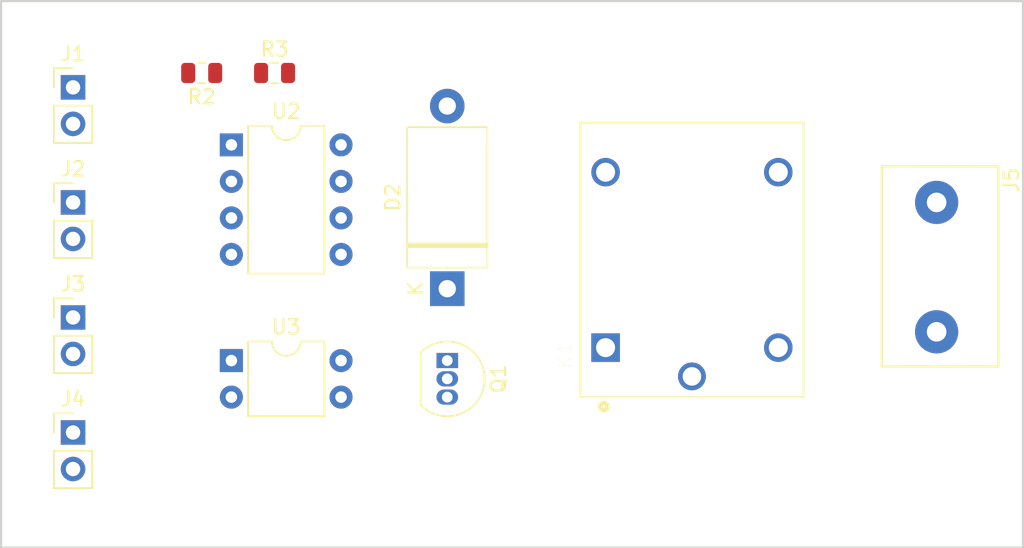
<source format=kicad_pcb>
(kicad_pcb (version 20171130) (host pcbnew "(5.0.1)-3")

  (general
    (thickness 1.6)
    (drawings 5)
    (tracks 0)
    (zones 0)
    (modules 12)
    (nets 14)
  )

  (page A4)
  (layers
    (0 F.Cu signal)
    (31 B.Cu signal)
    (32 B.Adhes user)
    (33 F.Adhes user)
    (34 B.Paste user)
    (35 F.Paste user)
    (36 B.SilkS user)
    (37 F.SilkS user)
    (38 B.Mask user)
    (39 F.Mask user)
    (40 Dwgs.User user)
    (41 Cmts.User user)
    (42 Eco1.User user)
    (43 Eco2.User user)
    (44 Edge.Cuts user)
    (45 Margin user)
    (46 B.CrtYd user)
    (47 F.CrtYd user)
    (48 B.Fab user)
    (49 F.Fab user)
  )

  (setup
    (last_trace_width 0.25)
    (trace_clearance 0.2)
    (zone_clearance 0.508)
    (zone_45_only no)
    (trace_min 0.2)
    (segment_width 0.2)
    (edge_width 0.15)
    (via_size 0.8)
    (via_drill 0.4)
    (via_min_size 0.4)
    (via_min_drill 0.3)
    (uvia_size 0.3)
    (uvia_drill 0.1)
    (uvias_allowed no)
    (uvia_min_size 0.2)
    (uvia_min_drill 0.1)
    (pcb_text_width 0.3)
    (pcb_text_size 1.5 1.5)
    (mod_edge_width 0.15)
    (mod_text_size 1 1)
    (mod_text_width 0.15)
    (pad_size 1.524 1.524)
    (pad_drill 0.762)
    (pad_to_mask_clearance 0.051)
    (solder_mask_min_width 0.25)
    (aux_axis_origin 0 0)
    (visible_elements 7FFFFFFF)
    (pcbplotparams
      (layerselection 0x010fc_ffffffff)
      (usegerberextensions false)
      (usegerberattributes false)
      (usegerberadvancedattributes false)
      (creategerberjobfile false)
      (excludeedgelayer true)
      (linewidth 0.100000)
      (plotframeref false)
      (viasonmask false)
      (mode 1)
      (useauxorigin false)
      (hpglpennumber 1)
      (hpglpenspeed 20)
      (hpglpendiameter 15.000000)
      (psnegative false)
      (psa4output false)
      (plotreference true)
      (plotvalue true)
      (plotinvisibletext false)
      (padsonsilk false)
      (subtractmaskfromsilk false)
      (outputformat 1)
      (mirror false)
      (drillshape 1)
      (scaleselection 1)
      (outputdirectory ""))
  )

  (net 0 "")
  (net 1 GENERATOR-1)
  (net 2 GENERATOR-2)
  (net 3 NEA)
  (net 4 BUSBAR)
  (net 5 GND)
  (net 6 VCC)
  (net 7 "Net-(D2-Pad2)")
  (net 8 "Net-(J5-Pad1)")
  (net 9 "Net-(J5-Pad2)")
  (net 10 "Net-(Q1-Pad2)")
  (net 11 BUZZER)
  (net 12 "Net-(R2-Pad2)")
  (net 13 "Net-(R3-Pad2)")

  (net_class Default "This is the default net class."
    (clearance 0.2)
    (trace_width 0.25)
    (via_dia 0.8)
    (via_drill 0.4)
    (uvia_dia 0.3)
    (uvia_drill 0.1)
    (add_net BUSBAR)
    (add_net BUZZER)
    (add_net GENERATOR-1)
    (add_net GENERATOR-2)
    (add_net GND)
    (add_net NEA)
    (add_net "Net-(D2-Pad2)")
    (add_net "Net-(J5-Pad1)")
    (add_net "Net-(J5-Pad2)")
    (add_net "Net-(Q1-Pad2)")
    (add_net "Net-(R2-Pad2)")
    (add_net "Net-(R3-Pad2)")
    (add_net VCC)
  )

  (module Diode_THT:D_DO-27_P12.70mm_Horizontal (layer F.Cu) (tedit 5AE50CD5) (tstamp 602CFB00)
    (at 131 60 90)
    (descr "Diode, DO-27 series, Axial, Horizontal, pin pitch=12.7mm, , length*diameter=9.52*5.33mm^2, , http://www.slottechforum.com/slotinfo/Techstuff/CD2%20Diodes%20and%20Transistors/Cases/Diode%20DO-27.jpg")
    (tags "Diode DO-27 series Axial Horizontal pin pitch 12.7mm  length 9.52mm diameter 5.33mm")
    (path /600F2BF9)
    (fp_text reference D2 (at 6.35 -3.785 90) (layer F.SilkS)
      (effects (font (size 1 1) (thickness 0.15)))
    )
    (fp_text value Diode (at 6.35 3.785 90) (layer F.Fab)
      (effects (font (size 1 1) (thickness 0.15)))
    )
    (fp_line (start 1.59 -2.665) (end 1.59 2.665) (layer F.Fab) (width 0.1))
    (fp_line (start 1.59 2.665) (end 11.11 2.665) (layer F.Fab) (width 0.1))
    (fp_line (start 11.11 2.665) (end 11.11 -2.665) (layer F.Fab) (width 0.1))
    (fp_line (start 11.11 -2.665) (end 1.59 -2.665) (layer F.Fab) (width 0.1))
    (fp_line (start 0 0) (end 1.59 0) (layer F.Fab) (width 0.1))
    (fp_line (start 12.7 0) (end 11.11 0) (layer F.Fab) (width 0.1))
    (fp_line (start 3.018 -2.665) (end 3.018 2.665) (layer F.Fab) (width 0.1))
    (fp_line (start 3.118 -2.665) (end 3.118 2.665) (layer F.Fab) (width 0.1))
    (fp_line (start 2.918 -2.665) (end 2.918 2.665) (layer F.Fab) (width 0.1))
    (fp_line (start 1.47 -2.785) (end 1.47 2.785) (layer F.SilkS) (width 0.12))
    (fp_line (start 1.47 2.785) (end 11.23 2.785) (layer F.SilkS) (width 0.12))
    (fp_line (start 11.23 2.785) (end 11.23 -2.785) (layer F.SilkS) (width 0.12))
    (fp_line (start 11.23 -2.785) (end 1.47 -2.785) (layer F.SilkS) (width 0.12))
    (fp_line (start 1.44 0) (end 1.47 0) (layer F.SilkS) (width 0.12))
    (fp_line (start 11.26 0) (end 11.23 0) (layer F.SilkS) (width 0.12))
    (fp_line (start 3.018 -2.785) (end 3.018 2.785) (layer F.SilkS) (width 0.12))
    (fp_line (start 3.138 -2.785) (end 3.138 2.785) (layer F.SilkS) (width 0.12))
    (fp_line (start 2.898 -2.785) (end 2.898 2.785) (layer F.SilkS) (width 0.12))
    (fp_line (start -1.45 -2.92) (end -1.45 2.92) (layer F.CrtYd) (width 0.05))
    (fp_line (start -1.45 2.92) (end 14.15 2.92) (layer F.CrtYd) (width 0.05))
    (fp_line (start 14.15 2.92) (end 14.15 -2.92) (layer F.CrtYd) (width 0.05))
    (fp_line (start 14.15 -2.92) (end -1.45 -2.92) (layer F.CrtYd) (width 0.05))
    (fp_text user %R (at 7.064 0 90) (layer F.Fab)
      (effects (font (size 1 1) (thickness 0.15)))
    )
    (fp_text user K (at 0 -2.2 90) (layer F.Fab)
      (effects (font (size 1 1) (thickness 0.15)))
    )
    (fp_text user K (at 0 -2.2 90) (layer F.SilkS)
      (effects (font (size 1 1) (thickness 0.15)))
    )
    (pad 1 thru_hole rect (at 0 0 90) (size 2.4 2.4) (drill 1.2) (layers *.Cu *.Mask)
      (net 6 VCC))
    (pad 2 thru_hole oval (at 12.7 0 90) (size 2.4 2.4) (drill 1.2) (layers *.Cu *.Mask)
      (net 7 "Net-(D2-Pad2)"))
    (model ${KISYS3DMOD}/Diode_THT.3dshapes/D_DO-27_P12.70mm_Horizontal.wrl
      (at (xyz 0 0 0))
      (scale (xyz 1 1 1))
      (rotate (xyz 0 0 0))
    )
  )

  (module Pin_Headers:Pin_Header_Straight_1x02_Pitch2.54mm (layer F.Cu) (tedit 59650532) (tstamp 602CFB16)
    (at 105 46)
    (descr "Through hole straight pin header, 1x02, 2.54mm pitch, single row")
    (tags "Through hole pin header THT 1x02 2.54mm single row")
    (path /600EB074)
    (fp_text reference J1 (at 0 -2.33) (layer F.SilkS)
      (effects (font (size 1 1) (thickness 0.15)))
    )
    (fp_text value GEN-1 (at 0 4.87) (layer F.Fab)
      (effects (font (size 1 1) (thickness 0.15)))
    )
    (fp_line (start -0.635 -1.27) (end 1.27 -1.27) (layer F.Fab) (width 0.1))
    (fp_line (start 1.27 -1.27) (end 1.27 3.81) (layer F.Fab) (width 0.1))
    (fp_line (start 1.27 3.81) (end -1.27 3.81) (layer F.Fab) (width 0.1))
    (fp_line (start -1.27 3.81) (end -1.27 -0.635) (layer F.Fab) (width 0.1))
    (fp_line (start -1.27 -0.635) (end -0.635 -1.27) (layer F.Fab) (width 0.1))
    (fp_line (start -1.33 3.87) (end 1.33 3.87) (layer F.SilkS) (width 0.12))
    (fp_line (start -1.33 1.27) (end -1.33 3.87) (layer F.SilkS) (width 0.12))
    (fp_line (start 1.33 1.27) (end 1.33 3.87) (layer F.SilkS) (width 0.12))
    (fp_line (start -1.33 1.27) (end 1.33 1.27) (layer F.SilkS) (width 0.12))
    (fp_line (start -1.33 0) (end -1.33 -1.33) (layer F.SilkS) (width 0.12))
    (fp_line (start -1.33 -1.33) (end 0 -1.33) (layer F.SilkS) (width 0.12))
    (fp_line (start -1.8 -1.8) (end -1.8 4.35) (layer F.CrtYd) (width 0.05))
    (fp_line (start -1.8 4.35) (end 1.8 4.35) (layer F.CrtYd) (width 0.05))
    (fp_line (start 1.8 4.35) (end 1.8 -1.8) (layer F.CrtYd) (width 0.05))
    (fp_line (start 1.8 -1.8) (end -1.8 -1.8) (layer F.CrtYd) (width 0.05))
    (fp_text user %R (at 0 1.27 90) (layer F.Fab)
      (effects (font (size 1 1) (thickness 0.15)))
    )
    (pad 1 thru_hole rect (at 0 0) (size 1.7 1.7) (drill 1) (layers *.Cu *.Mask)
      (net 1 GENERATOR-1))
    (pad 2 thru_hole oval (at 0 2.54) (size 1.7 1.7) (drill 1) (layers *.Cu *.Mask)
      (net 5 GND))
    (model ${KISYS3DMOD}/Pin_Headers.3dshapes/Pin_Header_Straight_1x02_Pitch2.54mm.wrl
      (at (xyz 0 0 0))
      (scale (xyz 1 1 1))
      (rotate (xyz 0 0 0))
    )
  )

  (module Pin_Headers:Pin_Header_Straight_1x02_Pitch2.54mm (layer F.Cu) (tedit 59650532) (tstamp 602CFB2C)
    (at 105 54)
    (descr "Through hole straight pin header, 1x02, 2.54mm pitch, single row")
    (tags "Through hole pin header THT 1x02 2.54mm single row")
    (path /600EB0E1)
    (fp_text reference J2 (at 0 -2.33) (layer F.SilkS)
      (effects (font (size 1 1) (thickness 0.15)))
    )
    (fp_text value GEN-2 (at 0 4.87) (layer F.Fab)
      (effects (font (size 1 1) (thickness 0.15)))
    )
    (fp_text user %R (at 0 1.27 90) (layer F.Fab)
      (effects (font (size 1 1) (thickness 0.15)))
    )
    (fp_line (start 1.8 -1.8) (end -1.8 -1.8) (layer F.CrtYd) (width 0.05))
    (fp_line (start 1.8 4.35) (end 1.8 -1.8) (layer F.CrtYd) (width 0.05))
    (fp_line (start -1.8 4.35) (end 1.8 4.35) (layer F.CrtYd) (width 0.05))
    (fp_line (start -1.8 -1.8) (end -1.8 4.35) (layer F.CrtYd) (width 0.05))
    (fp_line (start -1.33 -1.33) (end 0 -1.33) (layer F.SilkS) (width 0.12))
    (fp_line (start -1.33 0) (end -1.33 -1.33) (layer F.SilkS) (width 0.12))
    (fp_line (start -1.33 1.27) (end 1.33 1.27) (layer F.SilkS) (width 0.12))
    (fp_line (start 1.33 1.27) (end 1.33 3.87) (layer F.SilkS) (width 0.12))
    (fp_line (start -1.33 1.27) (end -1.33 3.87) (layer F.SilkS) (width 0.12))
    (fp_line (start -1.33 3.87) (end 1.33 3.87) (layer F.SilkS) (width 0.12))
    (fp_line (start -1.27 -0.635) (end -0.635 -1.27) (layer F.Fab) (width 0.1))
    (fp_line (start -1.27 3.81) (end -1.27 -0.635) (layer F.Fab) (width 0.1))
    (fp_line (start 1.27 3.81) (end -1.27 3.81) (layer F.Fab) (width 0.1))
    (fp_line (start 1.27 -1.27) (end 1.27 3.81) (layer F.Fab) (width 0.1))
    (fp_line (start -0.635 -1.27) (end 1.27 -1.27) (layer F.Fab) (width 0.1))
    (pad 2 thru_hole oval (at 0 2.54) (size 1.7 1.7) (drill 1) (layers *.Cu *.Mask)
      (net 5 GND))
    (pad 1 thru_hole rect (at 0 0) (size 1.7 1.7) (drill 1) (layers *.Cu *.Mask)
      (net 2 GENERATOR-2))
    (model ${KISYS3DMOD}/Pin_Headers.3dshapes/Pin_Header_Straight_1x02_Pitch2.54mm.wrl
      (at (xyz 0 0 0))
      (scale (xyz 1 1 1))
      (rotate (xyz 0 0 0))
    )
  )

  (module Pin_Headers:Pin_Header_Straight_1x02_Pitch2.54mm (layer F.Cu) (tedit 59650532) (tstamp 602CFB42)
    (at 105 62)
    (descr "Through hole straight pin header, 1x02, 2.54mm pitch, single row")
    (tags "Through hole pin header THT 1x02 2.54mm single row")
    (path /600EB121)
    (fp_text reference J3 (at 0 -2.33) (layer F.SilkS)
      (effects (font (size 1 1) (thickness 0.15)))
    )
    (fp_text value NEA (at 0 4.87) (layer F.Fab)
      (effects (font (size 1 1) (thickness 0.15)))
    )
    (fp_line (start -0.635 -1.27) (end 1.27 -1.27) (layer F.Fab) (width 0.1))
    (fp_line (start 1.27 -1.27) (end 1.27 3.81) (layer F.Fab) (width 0.1))
    (fp_line (start 1.27 3.81) (end -1.27 3.81) (layer F.Fab) (width 0.1))
    (fp_line (start -1.27 3.81) (end -1.27 -0.635) (layer F.Fab) (width 0.1))
    (fp_line (start -1.27 -0.635) (end -0.635 -1.27) (layer F.Fab) (width 0.1))
    (fp_line (start -1.33 3.87) (end 1.33 3.87) (layer F.SilkS) (width 0.12))
    (fp_line (start -1.33 1.27) (end -1.33 3.87) (layer F.SilkS) (width 0.12))
    (fp_line (start 1.33 1.27) (end 1.33 3.87) (layer F.SilkS) (width 0.12))
    (fp_line (start -1.33 1.27) (end 1.33 1.27) (layer F.SilkS) (width 0.12))
    (fp_line (start -1.33 0) (end -1.33 -1.33) (layer F.SilkS) (width 0.12))
    (fp_line (start -1.33 -1.33) (end 0 -1.33) (layer F.SilkS) (width 0.12))
    (fp_line (start -1.8 -1.8) (end -1.8 4.35) (layer F.CrtYd) (width 0.05))
    (fp_line (start -1.8 4.35) (end 1.8 4.35) (layer F.CrtYd) (width 0.05))
    (fp_line (start 1.8 4.35) (end 1.8 -1.8) (layer F.CrtYd) (width 0.05))
    (fp_line (start 1.8 -1.8) (end -1.8 -1.8) (layer F.CrtYd) (width 0.05))
    (fp_text user %R (at 0 1.27 90) (layer F.Fab)
      (effects (font (size 1 1) (thickness 0.15)))
    )
    (pad 1 thru_hole rect (at 0 0) (size 1.7 1.7) (drill 1) (layers *.Cu *.Mask)
      (net 3 NEA))
    (pad 2 thru_hole oval (at 0 2.54) (size 1.7 1.7) (drill 1) (layers *.Cu *.Mask)
      (net 5 GND))
    (model ${KISYS3DMOD}/Pin_Headers.3dshapes/Pin_Header_Straight_1x02_Pitch2.54mm.wrl
      (at (xyz 0 0 0))
      (scale (xyz 1 1 1))
      (rotate (xyz 0 0 0))
    )
  )

  (module Pin_Headers:Pin_Header_Straight_1x02_Pitch2.54mm (layer F.Cu) (tedit 59650532) (tstamp 602CFB58)
    (at 105 70)
    (descr "Through hole straight pin header, 1x02, 2.54mm pitch, single row")
    (tags "Through hole pin header THT 1x02 2.54mm single row")
    (path /600EB14D)
    (fp_text reference J4 (at 0 -2.33) (layer F.SilkS)
      (effects (font (size 1 1) (thickness 0.15)))
    )
    (fp_text value BUSBAR (at 0 4.87) (layer F.Fab)
      (effects (font (size 1 1) (thickness 0.15)))
    )
    (fp_text user %R (at 0 1.27 90) (layer F.Fab)
      (effects (font (size 1 1) (thickness 0.15)))
    )
    (fp_line (start 1.8 -1.8) (end -1.8 -1.8) (layer F.CrtYd) (width 0.05))
    (fp_line (start 1.8 4.35) (end 1.8 -1.8) (layer F.CrtYd) (width 0.05))
    (fp_line (start -1.8 4.35) (end 1.8 4.35) (layer F.CrtYd) (width 0.05))
    (fp_line (start -1.8 -1.8) (end -1.8 4.35) (layer F.CrtYd) (width 0.05))
    (fp_line (start -1.33 -1.33) (end 0 -1.33) (layer F.SilkS) (width 0.12))
    (fp_line (start -1.33 0) (end -1.33 -1.33) (layer F.SilkS) (width 0.12))
    (fp_line (start -1.33 1.27) (end 1.33 1.27) (layer F.SilkS) (width 0.12))
    (fp_line (start 1.33 1.27) (end 1.33 3.87) (layer F.SilkS) (width 0.12))
    (fp_line (start -1.33 1.27) (end -1.33 3.87) (layer F.SilkS) (width 0.12))
    (fp_line (start -1.33 3.87) (end 1.33 3.87) (layer F.SilkS) (width 0.12))
    (fp_line (start -1.27 -0.635) (end -0.635 -1.27) (layer F.Fab) (width 0.1))
    (fp_line (start -1.27 3.81) (end -1.27 -0.635) (layer F.Fab) (width 0.1))
    (fp_line (start 1.27 3.81) (end -1.27 3.81) (layer F.Fab) (width 0.1))
    (fp_line (start 1.27 -1.27) (end 1.27 3.81) (layer F.Fab) (width 0.1))
    (fp_line (start -0.635 -1.27) (end 1.27 -1.27) (layer F.Fab) (width 0.1))
    (pad 2 thru_hole oval (at 0 2.54) (size 1.7 1.7) (drill 1) (layers *.Cu *.Mask)
      (net 5 GND))
    (pad 1 thru_hole rect (at 0 0) (size 1.7 1.7) (drill 1) (layers *.Cu *.Mask)
      (net 4 BUSBAR))
    (model ${KISYS3DMOD}/Pin_Headers.3dshapes/Pin_Header_Straight_1x02_Pitch2.54mm.wrl
      (at (xyz 0 0 0))
      (scale (xyz 1 1 1))
      (rotate (xyz 0 0 0))
    )
  )

  (module "dual terminal:dual terminal-small-2" (layer F.Cu) (tedit 5EB13568) (tstamp 602CFB62)
    (at 165 54 270)
    (path /60106E5D)
    (fp_text reference J5 (at -1.55 -5.19 270) (layer F.SilkS)
      (effects (font (size 1 1) (thickness 0.15)))
    )
    (fp_text value BUZZER (at 5.34 5.43 270) (layer F.Fab)
      (effects (font (size 1 1) (thickness 0.15)))
    )
    (fp_line (start -2.49 -4.29) (end 11.41 -4.29) (layer F.SilkS) (width 0.15))
    (fp_line (start 11.41 -4.29) (end 11.41 3.82) (layer F.SilkS) (width 0.15))
    (fp_line (start 11.41 3.81) (end -2.51 3.81) (layer F.SilkS) (width 0.15))
    (fp_line (start -2.51 3.81) (end -2.5 -4.29) (layer F.SilkS) (width 0.15))
    (pad 1 thru_hole circle (at 0 0 270) (size 3 3) (drill 1.36) (layers *.Cu *.Mask)
      (net 8 "Net-(J5-Pad1)"))
    (pad 2 thru_hole circle (at 9 0 270) (size 3 3) (drill 1.36) (layers *.Cu *.Mask)
      (net 9 "Net-(J5-Pad2)"))
    (model "${KIPRJMOD}/3d-files/Terminal Block - 7.62mm - 2 Pin v1-0.step"
      (offset (xyz 5 -11 0))
      (scale (xyz 1.15 1.3 1))
      (rotate (xyz 0 0 0))
    )
  )

  (module SRD-05VDC-SL-C:RELAY_SRD-05VDC-SL-C (layer F.Cu) (tedit 5ED0DF1C) (tstamp 602CFB78)
    (at 148 58 90)
    (path /600EBA0F)
    (fp_text reference K1 (at -6.62563 -8.83584 90) (layer F.SilkS)
      (effects (font (size 1.000094 1.000094) (thickness 0.015)))
    )
    (fp_text value SRD-05VDC-SL-C (at 2.90086 8.667695 90) (layer F.Fab)
      (effects (font (size 1.000307 1.000307) (thickness 0.015)))
    )
    (fp_line (start -9.55 7.75) (end -9.55 -7.75) (layer F.SilkS) (width 0.127))
    (fp_line (start -9.55 -7.75) (end 9.55 -7.75) (layer F.SilkS) (width 0.127))
    (fp_line (start 9.55 -7.75) (end 9.55 7.75) (layer F.SilkS) (width 0.127))
    (fp_line (start 9.55 7.75) (end -9.55 7.75) (layer F.SilkS) (width 0.127))
    (fp_line (start -9.55 7.75) (end -9.55 -7.75) (layer F.Fab) (width 0.127))
    (fp_line (start -9.55 -7.75) (end 9.55 -7.75) (layer F.Fab) (width 0.127))
    (fp_line (start 9.55 -7.75) (end 9.55 7.75) (layer F.Fab) (width 0.127))
    (fp_line (start 9.55 7.75) (end -9.55 7.75) (layer F.Fab) (width 0.127))
    (fp_line (start -9.8 8) (end -9.8 -8) (layer F.CrtYd) (width 0.05))
    (fp_line (start -9.8 -8) (end 9.8 -8) (layer F.CrtYd) (width 0.05))
    (fp_line (start 9.8 -8) (end 9.8 8) (layer F.CrtYd) (width 0.05))
    (fp_line (start 9.8 8) (end -9.8 8) (layer F.CrtYd) (width 0.05))
    (fp_circle (center -10.2 -6.119) (end -10.1 -6.119) (layer F.SilkS) (width 0.3))
    (pad A1 thru_hole rect (at -6.1 -6 90) (size 1.98 1.98) (drill 1.32) (layers *.Cu *.Mask)
      (net 6 VCC))
    (pad COM thru_hole circle (at -8.1 0 90) (size 1.935 1.935) (drill 1.29) (layers *.Cu *.Mask)
      (net 9 "Net-(J5-Pad2)"))
    (pad A2 thru_hole circle (at -6.1 6 90) (size 1.98 1.98) (drill 1.32) (layers *.Cu *.Mask)
      (net 7 "Net-(D2-Pad2)"))
    (pad NO thru_hole circle (at 6.1 6 90) (size 1.98 1.98) (drill 1.32) (layers *.Cu *.Mask)
      (net 8 "Net-(J5-Pad1)"))
    (pad NC thru_hole circle (at 6.1 -6 90) (size 1.98 1.98) (drill 1.32) (layers *.Cu *.Mask))
    (model "${KIPRJMOD}/3D-FILES/relay srd05vdc-sl-c.step"
      (offset (xyz 0 0 15))
      (scale (xyz 1 1 1))
      (rotate (xyz 0 180 180))
    )
  )

  (module Package_TO_SOT_THT:TO-92_Inline (layer F.Cu) (tedit 5A1DD157) (tstamp 602CFB8A)
    (at 131 65 270)
    (descr "TO-92 leads in-line, narrow, oval pads, drill 0.75mm (see NXP sot054_po.pdf)")
    (tags "to-92 sc-43 sc-43a sot54 PA33 transistor")
    (path /600EB30D)
    (fp_text reference Q1 (at 1.27 -3.56 270) (layer F.SilkS)
      (effects (font (size 1 1) (thickness 0.15)))
    )
    (fp_text value BC547 (at 1.27 2.79 270) (layer F.Fab)
      (effects (font (size 1 1) (thickness 0.15)))
    )
    (fp_text user %R (at 1.27 -3.56 270) (layer F.Fab)
      (effects (font (size 1 1) (thickness 0.15)))
    )
    (fp_line (start -0.53 1.85) (end 3.07 1.85) (layer F.SilkS) (width 0.12))
    (fp_line (start -0.5 1.75) (end 3 1.75) (layer F.Fab) (width 0.1))
    (fp_line (start -1.46 -2.73) (end 4 -2.73) (layer F.CrtYd) (width 0.05))
    (fp_line (start -1.46 -2.73) (end -1.46 2.01) (layer F.CrtYd) (width 0.05))
    (fp_line (start 4 2.01) (end 4 -2.73) (layer F.CrtYd) (width 0.05))
    (fp_line (start 4 2.01) (end -1.46 2.01) (layer F.CrtYd) (width 0.05))
    (fp_arc (start 1.27 0) (end 1.27 -2.48) (angle 135) (layer F.Fab) (width 0.1))
    (fp_arc (start 1.27 0) (end 1.27 -2.6) (angle -135) (layer F.SilkS) (width 0.12))
    (fp_arc (start 1.27 0) (end 1.27 -2.48) (angle -135) (layer F.Fab) (width 0.1))
    (fp_arc (start 1.27 0) (end 1.27 -2.6) (angle 135) (layer F.SilkS) (width 0.12))
    (pad 2 thru_hole oval (at 1.27 0 270) (size 1.05 1.5) (drill 0.75) (layers *.Cu *.Mask)
      (net 10 "Net-(Q1-Pad2)"))
    (pad 3 thru_hole oval (at 2.54 0 270) (size 1.05 1.5) (drill 0.75) (layers *.Cu *.Mask)
      (net 5 GND))
    (pad 1 thru_hole rect (at 0 0 270) (size 1.05 1.5) (drill 0.75) (layers *.Cu *.Mask)
      (net 7 "Net-(D2-Pad2)"))
    (model ${KISYS3DMOD}/Package_TO_SOT_THT.3dshapes/TO-92_Inline.wrl
      (at (xyz 0 0 0))
      (scale (xyz 1 1 1))
      (rotate (xyz 0 0 0))
    )
  )

  (module Resistor_SMD:R_0805_2012Metric (layer F.Cu) (tedit 5B36C52B) (tstamp 602CFB9B)
    (at 113.9375 45 180)
    (descr "Resistor SMD 0805 (2012 Metric), square (rectangular) end terminal, IPC_7351 nominal, (Body size source: https://docs.google.com/spreadsheets/d/1BsfQQcO9C6DZCsRaXUlFlo91Tg2WpOkGARC1WS5S8t0/edit?usp=sharing), generated with kicad-footprint-generator")
    (tags resistor)
    (path /600E381F)
    (attr smd)
    (fp_text reference R2 (at 0 -1.65 180) (layer F.SilkS)
      (effects (font (size 1 1) (thickness 0.15)))
    )
    (fp_text value 1K (at 0 1.65 180) (layer F.Fab)
      (effects (font (size 1 1) (thickness 0.15)))
    )
    (fp_line (start -1 0.6) (end -1 -0.6) (layer F.Fab) (width 0.1))
    (fp_line (start -1 -0.6) (end 1 -0.6) (layer F.Fab) (width 0.1))
    (fp_line (start 1 -0.6) (end 1 0.6) (layer F.Fab) (width 0.1))
    (fp_line (start 1 0.6) (end -1 0.6) (layer F.Fab) (width 0.1))
    (fp_line (start -0.258578 -0.71) (end 0.258578 -0.71) (layer F.SilkS) (width 0.12))
    (fp_line (start -0.258578 0.71) (end 0.258578 0.71) (layer F.SilkS) (width 0.12))
    (fp_line (start -1.68 0.95) (end -1.68 -0.95) (layer F.CrtYd) (width 0.05))
    (fp_line (start -1.68 -0.95) (end 1.68 -0.95) (layer F.CrtYd) (width 0.05))
    (fp_line (start 1.68 -0.95) (end 1.68 0.95) (layer F.CrtYd) (width 0.05))
    (fp_line (start 1.68 0.95) (end -1.68 0.95) (layer F.CrtYd) (width 0.05))
    (fp_text user %R (at 0 0 180) (layer F.Fab)
      (effects (font (size 0.5 0.5) (thickness 0.08)))
    )
    (pad 1 smd roundrect (at -0.9375 0 180) (size 0.975 1.4) (layers F.Cu F.Paste F.Mask) (roundrect_rratio 0.25)
      (net 11 BUZZER))
    (pad 2 smd roundrect (at 0.9375 0 180) (size 0.975 1.4) (layers F.Cu F.Paste F.Mask) (roundrect_rratio 0.25)
      (net 12 "Net-(R2-Pad2)"))
    (model ${KISYS3DMOD}/Resistor_SMD.3dshapes/R_0805_2012Metric.wrl
      (at (xyz 0 0 0))
      (scale (xyz 1 1 1))
      (rotate (xyz 0 0 0))
    )
  )

  (module Resistor_SMD:R_0805_2012Metric (layer F.Cu) (tedit 5B36C52B) (tstamp 602CFBAC)
    (at 119 45)
    (descr "Resistor SMD 0805 (2012 Metric), square (rectangular) end terminal, IPC_7351 nominal, (Body size source: https://docs.google.com/spreadsheets/d/1BsfQQcO9C6DZCsRaXUlFlo91Tg2WpOkGARC1WS5S8t0/edit?usp=sharing), generated with kicad-footprint-generator")
    (tags resistor)
    (path /600EB399)
    (attr smd)
    (fp_text reference R3 (at 0 -1.65) (layer F.SilkS)
      (effects (font (size 1 1) (thickness 0.15)))
    )
    (fp_text value 1K (at 0 1.65) (layer F.Fab)
      (effects (font (size 1 1) (thickness 0.15)))
    )
    (fp_text user %R (at 0 0) (layer F.Fab)
      (effects (font (size 0.5 0.5) (thickness 0.08)))
    )
    (fp_line (start 1.68 0.95) (end -1.68 0.95) (layer F.CrtYd) (width 0.05))
    (fp_line (start 1.68 -0.95) (end 1.68 0.95) (layer F.CrtYd) (width 0.05))
    (fp_line (start -1.68 -0.95) (end 1.68 -0.95) (layer F.CrtYd) (width 0.05))
    (fp_line (start -1.68 0.95) (end -1.68 -0.95) (layer F.CrtYd) (width 0.05))
    (fp_line (start -0.258578 0.71) (end 0.258578 0.71) (layer F.SilkS) (width 0.12))
    (fp_line (start -0.258578 -0.71) (end 0.258578 -0.71) (layer F.SilkS) (width 0.12))
    (fp_line (start 1 0.6) (end -1 0.6) (layer F.Fab) (width 0.1))
    (fp_line (start 1 -0.6) (end 1 0.6) (layer F.Fab) (width 0.1))
    (fp_line (start -1 -0.6) (end 1 -0.6) (layer F.Fab) (width 0.1))
    (fp_line (start -1 0.6) (end -1 -0.6) (layer F.Fab) (width 0.1))
    (pad 2 smd roundrect (at 0.9375 0) (size 0.975 1.4) (layers F.Cu F.Paste F.Mask) (roundrect_rratio 0.25)
      (net 13 "Net-(R3-Pad2)"))
    (pad 1 smd roundrect (at -0.9375 0) (size 0.975 1.4) (layers F.Cu F.Paste F.Mask) (roundrect_rratio 0.25)
      (net 10 "Net-(Q1-Pad2)"))
    (model ${KISYS3DMOD}/Resistor_SMD.3dshapes/R_0805_2012Metric.wrl
      (at (xyz 0 0 0))
      (scale (xyz 1 1 1))
      (rotate (xyz 0 0 0))
    )
  )

  (module Package_DIP:DIP-8_W7.62mm (layer F.Cu) (tedit 5A02E8C5) (tstamp 602CFBC8)
    (at 116 50)
    (descr "8-lead though-hole mounted DIP package, row spacing 7.62 mm (300 mils)")
    (tags "THT DIP DIL PDIP 2.54mm 7.62mm 300mil")
    (path /600E2903)
    (fp_text reference U2 (at 3.81 -2.33) (layer F.SilkS)
      (effects (font (size 1 1) (thickness 0.15)))
    )
    (fp_text value ATtiny85-20PU (at 3.81 9.95) (layer F.Fab)
      (effects (font (size 1 1) (thickness 0.15)))
    )
    (fp_arc (start 3.81 -1.33) (end 2.81 -1.33) (angle -180) (layer F.SilkS) (width 0.12))
    (fp_line (start 1.635 -1.27) (end 6.985 -1.27) (layer F.Fab) (width 0.1))
    (fp_line (start 6.985 -1.27) (end 6.985 8.89) (layer F.Fab) (width 0.1))
    (fp_line (start 6.985 8.89) (end 0.635 8.89) (layer F.Fab) (width 0.1))
    (fp_line (start 0.635 8.89) (end 0.635 -0.27) (layer F.Fab) (width 0.1))
    (fp_line (start 0.635 -0.27) (end 1.635 -1.27) (layer F.Fab) (width 0.1))
    (fp_line (start 2.81 -1.33) (end 1.16 -1.33) (layer F.SilkS) (width 0.12))
    (fp_line (start 1.16 -1.33) (end 1.16 8.95) (layer F.SilkS) (width 0.12))
    (fp_line (start 1.16 8.95) (end 6.46 8.95) (layer F.SilkS) (width 0.12))
    (fp_line (start 6.46 8.95) (end 6.46 -1.33) (layer F.SilkS) (width 0.12))
    (fp_line (start 6.46 -1.33) (end 4.81 -1.33) (layer F.SilkS) (width 0.12))
    (fp_line (start -1.1 -1.55) (end -1.1 9.15) (layer F.CrtYd) (width 0.05))
    (fp_line (start -1.1 9.15) (end 8.7 9.15) (layer F.CrtYd) (width 0.05))
    (fp_line (start 8.7 9.15) (end 8.7 -1.55) (layer F.CrtYd) (width 0.05))
    (fp_line (start 8.7 -1.55) (end -1.1 -1.55) (layer F.CrtYd) (width 0.05))
    (fp_text user %R (at 3.81 3.81) (layer F.Fab)
      (effects (font (size 1 1) (thickness 0.15)))
    )
    (pad 1 thru_hole rect (at 0 0) (size 1.6 1.6) (drill 0.8) (layers *.Cu *.Mask))
    (pad 5 thru_hole oval (at 7.62 7.62) (size 1.6 1.6) (drill 0.8) (layers *.Cu *.Mask)
      (net 1 GENERATOR-1))
    (pad 2 thru_hole oval (at 0 2.54) (size 1.6 1.6) (drill 0.8) (layers *.Cu *.Mask)
      (net 4 BUSBAR))
    (pad 6 thru_hole oval (at 7.62 5.08) (size 1.6 1.6) (drill 0.8) (layers *.Cu *.Mask)
      (net 2 GENERATOR-2))
    (pad 3 thru_hole oval (at 0 5.08) (size 1.6 1.6) (drill 0.8) (layers *.Cu *.Mask)
      (net 11 BUZZER))
    (pad 7 thru_hole oval (at 7.62 2.54) (size 1.6 1.6) (drill 0.8) (layers *.Cu *.Mask)
      (net 3 NEA))
    (pad 4 thru_hole oval (at 0 7.62) (size 1.6 1.6) (drill 0.8) (layers *.Cu *.Mask)
      (net 5 GND))
    (pad 8 thru_hole oval (at 7.62 0) (size 1.6 1.6) (drill 0.8) (layers *.Cu *.Mask)
      (net 6 VCC))
    (model ${KISYS3DMOD}/Package_DIP.3dshapes/DIP-8_W7.62mm.wrl
      (at (xyz 0 0 0))
      (scale (xyz 1 1 1))
      (rotate (xyz 0 0 0))
    )
  )

  (module Package_DIP:DIP-4_W7.62mm (layer F.Cu) (tedit 5A02E8C5) (tstamp 602CFBE0)
    (at 116 65)
    (descr "4-lead though-hole mounted DIP package, row spacing 7.62 mm (300 mils)")
    (tags "THT DIP DIL PDIP 2.54mm 7.62mm 300mil")
    (path /600E3751)
    (fp_text reference U3 (at 3.81 -2.33) (layer F.SilkS)
      (effects (font (size 1 1) (thickness 0.15)))
    )
    (fp_text value PC817 (at 3.81 4.87) (layer F.Fab)
      (effects (font (size 1 1) (thickness 0.15)))
    )
    (fp_arc (start 3.81 -1.33) (end 2.81 -1.33) (angle -180) (layer F.SilkS) (width 0.12))
    (fp_line (start 1.635 -1.27) (end 6.985 -1.27) (layer F.Fab) (width 0.1))
    (fp_line (start 6.985 -1.27) (end 6.985 3.81) (layer F.Fab) (width 0.1))
    (fp_line (start 6.985 3.81) (end 0.635 3.81) (layer F.Fab) (width 0.1))
    (fp_line (start 0.635 3.81) (end 0.635 -0.27) (layer F.Fab) (width 0.1))
    (fp_line (start 0.635 -0.27) (end 1.635 -1.27) (layer F.Fab) (width 0.1))
    (fp_line (start 2.81 -1.33) (end 1.16 -1.33) (layer F.SilkS) (width 0.12))
    (fp_line (start 1.16 -1.33) (end 1.16 3.87) (layer F.SilkS) (width 0.12))
    (fp_line (start 1.16 3.87) (end 6.46 3.87) (layer F.SilkS) (width 0.12))
    (fp_line (start 6.46 3.87) (end 6.46 -1.33) (layer F.SilkS) (width 0.12))
    (fp_line (start 6.46 -1.33) (end 4.81 -1.33) (layer F.SilkS) (width 0.12))
    (fp_line (start -1.1 -1.55) (end -1.1 4.1) (layer F.CrtYd) (width 0.05))
    (fp_line (start -1.1 4.1) (end 8.7 4.1) (layer F.CrtYd) (width 0.05))
    (fp_line (start 8.7 4.1) (end 8.7 -1.55) (layer F.CrtYd) (width 0.05))
    (fp_line (start 8.7 -1.55) (end -1.1 -1.55) (layer F.CrtYd) (width 0.05))
    (fp_text user %R (at 3.81 1.27) (layer F.Fab)
      (effects (font (size 1 1) (thickness 0.15)))
    )
    (pad 1 thru_hole rect (at 0 0) (size 1.6 1.6) (drill 0.8) (layers *.Cu *.Mask)
      (net 12 "Net-(R2-Pad2)"))
    (pad 3 thru_hole oval (at 7.62 2.54) (size 1.6 1.6) (drill 0.8) (layers *.Cu *.Mask)
      (net 13 "Net-(R3-Pad2)"))
    (pad 2 thru_hole oval (at 0 2.54) (size 1.6 1.6) (drill 0.8) (layers *.Cu *.Mask)
      (net 5 GND))
    (pad 4 thru_hole oval (at 7.62 0) (size 1.6 1.6) (drill 0.8) (layers *.Cu *.Mask)
      (net 6 VCC))
    (model ${KISYS3DMOD}/Package_DIP.3dshapes/DIP-4_W7.62mm.wrl
      (at (xyz 0 0 0))
      (scale (xyz 1 1 1))
      (rotate (xyz 0 0 0))
    )
  )

  (gr_line (start 171 78) (end 171 40) (layer Edge.Cuts) (width 0.15) (tstamp 602D0278))
  (gr_line (start 100 78) (end 171 78) (layer Edge.Cuts) (width 0.15) (tstamp 602D0278))
  (gr_line (start 100 40) (end 110 40) (layer Edge.Cuts) (width 0.15))
  (gr_line (start 100 78) (end 100 40) (layer Edge.Cuts) (width 0.15))
  (gr_line (start 110 40) (end 171 40) (layer Edge.Cuts) (width 0.15))

)

</source>
